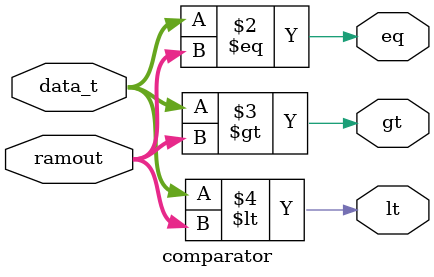
<source format=sv>
module comparator (
    input  logic [7:0] data_t,
    input  logic [7:0] ramout,
    output logic       gt,
    output logic       eq,
    output logic       lt
);
    
    always_comb begin
        eq = (data_t == ramout);
        gt = (data_t > ramout);
        lt = (data_t < ramout);
    end
    
endmodule
</source>
